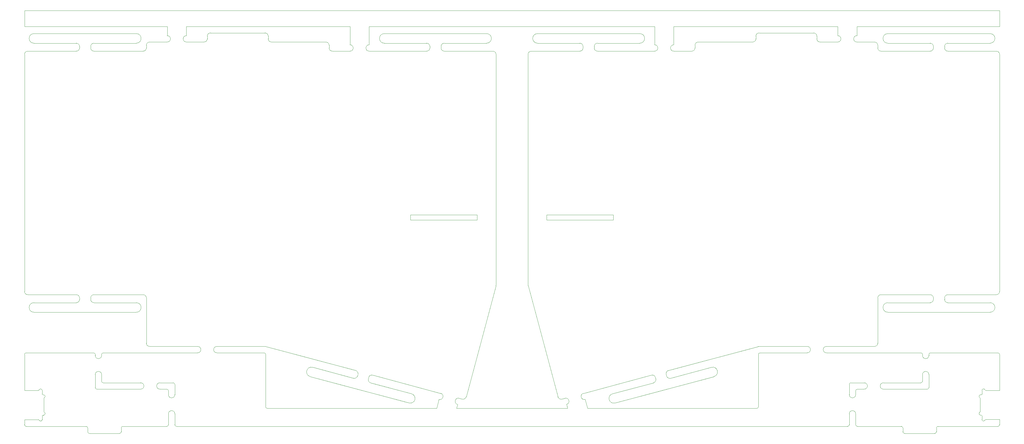
<source format=gm1>
%TF.GenerationSoftware,KiCad,Pcbnew,6.0.11-3.fc37*%
%TF.CreationDate,2023-03-28T23:22:27+01:00*%
%TF.ProjectId,ISS,4953532e-6b69-4636-9164-5f7063625858,1*%
%TF.SameCoordinates,Original*%
%TF.FileFunction,Profile,NP*%
%FSLAX46Y46*%
G04 Gerber Fmt 4.6, Leading zero omitted, Abs format (unit mm)*
G04 Created by KiCad (PCBNEW 6.0.11-3.fc37) date 2023-03-28 23:22:27*
%MOMM*%
%LPD*%
G01*
G04 APERTURE LIST*
%TA.AperFunction,Profile*%
%ADD10C,0.050000*%
%TD*%
%TA.AperFunction,Profile*%
%ADD11C,0.080000*%
%TD*%
G04 APERTURE END LIST*
D10*
X30749999Y-123107500D02*
G75*
G03*
X30250000Y-123607499I1J-500000D01*
G01*
X130124692Y-112768751D02*
X108867045Y-107072781D01*
X176026053Y-117500000D02*
X175301516Y-114700603D01*
X22108568Y-100607499D02*
X22108568Y-100925000D01*
X168988323Y-114321665D02*
X168022397Y-114580484D01*
X282800000Y-110982500D02*
X282800000Y-106925000D01*
X0Y-122607500D02*
X0Y-120982500D01*
X75407000Y-117000001D02*
G75*
G03*
X75907032Y-117500000I500000J1D01*
G01*
X38100000Y-3857500D02*
X38100000Y-4715000D01*
X75535325Y-98141576D02*
G75*
G03*
X75276507Y-98107500I-258825J-965924D01*
G01*
X75407000Y-100607499D02*
G75*
G03*
X74907034Y-100107500I-500000J-1D01*
G01*
X136886167Y-114580502D02*
G75*
G03*
X138110917Y-113873377I258833J965902D01*
G01*
X47000000Y-109975000D02*
X47000000Y-113200000D01*
X229501535Y-117000001D02*
X229501535Y-100607499D01*
X95250000Y-3857500D02*
G75*
G03*
X94250000Y-2857500I-1000000J0D01*
G01*
X166797707Y-113873362D02*
G75*
G03*
X168022397Y-114580484I965893J258762D01*
G01*
X104261560Y-106874021D02*
X104132151Y-107356984D01*
X178154284Y-4715000D02*
X178154284Y-4215000D01*
X301958568Y-84415000D02*
X288708568Y-84415000D01*
X34950000Y-3215000D02*
G75*
G03*
X34950000Y-215000I0J1500000D01*
G01*
X107775000Y-3715000D02*
X107775000Y2000000D01*
X21700000Y-3215000D02*
G75*
G03*
X20700000Y-4215000I0J-1000000D01*
G01*
X268575000Y-109482500D02*
X280300000Y-109482500D01*
X266808600Y-4715000D02*
G75*
G03*
X267808568Y-5715000I1000000J0D01*
G01*
X126754284Y-4215000D02*
X126754284Y-4715000D01*
X50625000Y2000000D02*
X101775000Y2000000D01*
X29750001Y-125307500D02*
G75*
G03*
X30250000Y-124807501I-1J500000D01*
G01*
X304908568Y-6715000D02*
X304908568Y-80915000D01*
X174654284Y-4215000D02*
X174654284Y-4715000D01*
X179154284Y-3215026D02*
G75*
G03*
X178154284Y-4215000I-26J-999974D01*
G01*
X17200000Y-82915000D02*
X17200000Y-83415000D01*
X257408569Y-123107468D02*
G75*
G03*
X257908568Y-122607501I31J499968D01*
G01*
X284208568Y-82915000D02*
X284208568Y-83415000D01*
X16200000Y-5715000D02*
X1000000Y-5715000D01*
X57150000Y-1000000D02*
X57150000Y-1857500D01*
X184666510Y-115814726D02*
X215576137Y-107532516D01*
X208658568Y-5715000D02*
X203025000Y-5715000D01*
X1000000Y-81915000D02*
X16200000Y-81915000D01*
X74907034Y-100107500D02*
X60150000Y-100107500D01*
X129607053Y-114700603D02*
X128882516Y-117500000D01*
X203025000Y2000000D02*
X254283568Y2000000D01*
X229001536Y-117500035D02*
G75*
G03*
X229501535Y-117000001I-36J500035D01*
G01*
X260283568Y2000000D02*
X304908567Y2000000D01*
X146454284Y-5715000D02*
X131254284Y-5715000D01*
X259908568Y-119200000D02*
X259908568Y-122607501D01*
X200776417Y-107356984D02*
X200647008Y-106874021D01*
X269958568Y-215000D02*
G75*
G03*
X269958568Y-3215000I32J-1500000D01*
G01*
X247758568Y-1000000D02*
X247758568Y-1857500D01*
X285658567Y-123107468D02*
G75*
G03*
X285158568Y-123607500I33J-500032D01*
G01*
X94250000Y-2857500D02*
X77200000Y-2857500D01*
X75907032Y-117500000D02*
X128882516Y-117500000D01*
X112504284Y-3215000D02*
X125754284Y-3215000D01*
X274658568Y-123607500D02*
X274658568Y-124807502D01*
X229708568Y0D02*
X246758568Y0D01*
X274658599Y-124807502D02*
G75*
G03*
X275158567Y-125307501I500001J2D01*
G01*
X95250000Y-4715000D02*
G75*
G03*
X96250000Y-5715000I1000000J0D01*
G01*
X304908600Y-100607499D02*
G75*
G03*
X304408569Y-100107500I-500000J-1D01*
G01*
X131254284Y-3214984D02*
G75*
G03*
X130254284Y-4215000I16J-1000016D01*
G01*
X2950000Y-87415000D02*
X34950000Y-87415000D01*
X60150000Y-98107500D02*
X75276507Y-98107500D01*
X22608568Y-111482500D02*
X36333568Y-111482500D01*
X174654258Y-4215000D02*
G75*
G03*
X173654284Y-3215000I-1000000J0D01*
G01*
X112504284Y-215000D02*
G75*
G03*
X112504284Y-3215000I16J-1500000D01*
G01*
X90108908Y-104634667D02*
G75*
G03*
X89332431Y-107532516I-388208J-1448933D01*
G01*
X42333568Y-109482500D02*
X46500000Y-109482500D01*
X303908568Y-81914968D02*
G75*
G03*
X304908568Y-80915000I32J999968D01*
G01*
X166797652Y-113873377D02*
X157488358Y-79130621D01*
X284208600Y-82915000D02*
G75*
G03*
X283208568Y-81915000I-1000000J0D01*
G01*
X158454284Y-5715000D02*
X173654284Y-5715000D01*
X183890037Y-112916888D02*
G75*
G03*
X184666510Y-115814726I388263J-1448912D01*
G01*
X107775000Y-5715000D02*
X125754284Y-5715000D01*
X104261533Y-106874014D02*
G75*
G03*
X103554453Y-105649277I-965933J258814D01*
G01*
X157454284Y-78871802D02*
X157454284Y-6715000D01*
X47000000Y-122607501D02*
X47000000Y-119200000D01*
X22108568Y-106925000D02*
X22108568Y-110982500D01*
X200776390Y-107356991D02*
G75*
G03*
X202001162Y-108064091I965910J258791D01*
G01*
X287708568Y-4715000D02*
X287708568Y-4215000D01*
X173654284Y-5715026D02*
G75*
G03*
X174654284Y-4715000I-26J1000026D01*
G01*
X284658568Y-125307501D02*
X275158567Y-125307501D01*
X259908600Y-122607501D02*
G75*
G03*
X260408567Y-123107500I500000J1D01*
G01*
X285158568Y-124807501D02*
X285158568Y-123607500D01*
X179154284Y-3215000D02*
X192404284Y-3215000D01*
X147420209Y-79130621D02*
G75*
G03*
X147454284Y-78871802I-965909J258821D01*
G01*
X203025000Y-3715000D02*
X203025000Y2000000D01*
X24608567Y-100107468D02*
G75*
G03*
X24108568Y-100607499I33J-500032D01*
G01*
X250758568Y-100107500D02*
X280300001Y-100107500D01*
X301958568Y-87415000D02*
G75*
G03*
X301958568Y-84415000I32J1500000D01*
G01*
X138110917Y-113873377D02*
X147420210Y-79130621D01*
X45000000Y-111982499D02*
G75*
G03*
X44500001Y-111482500I-500000J-1D01*
G01*
X0Y7000000D02*
X0Y2000000D01*
X17200000Y-82915000D02*
G75*
G03*
X16200000Y-81915000I-1000000J0D01*
G01*
X266808568Y-82915000D02*
X266808568Y-97107500D01*
X196688570Y-109487596D02*
X183890053Y-112916948D01*
X274658599Y-123607500D02*
G75*
G03*
X274158569Y-123107501I-499999J0D01*
G01*
X29750001Y-125307500D02*
X20250000Y-125307500D01*
X102907406Y-108064091D02*
X90108889Y-104634739D01*
X135402608Y-116253517D02*
X135079994Y-117500000D01*
X44625000Y2000000D02*
X44625000Y-857500D01*
X130254284Y-4715000D02*
X130254284Y-4215000D01*
X259908568Y-111982499D02*
X259908568Y-113200000D01*
X76200000Y-1857500D02*
X76200000Y-1000000D01*
X287708600Y-83415000D02*
G75*
G03*
X288708568Y-84415000I1000000J0D01*
G01*
X257908568Y-119200000D02*
X257908568Y-122607501D01*
X17200000Y-4215000D02*
G75*
G03*
X16200000Y-3215000I-1000000J0D01*
G01*
X95250000Y-4715000D02*
X95250000Y-3857500D01*
X304408569Y-100107500D02*
X283299999Y-100107500D01*
X16200000Y-84415000D02*
X2950000Y-84415000D01*
X76200000Y-1000000D02*
G75*
G03*
X75200000Y0I-1000000J0D01*
G01*
X229708568Y32D02*
G75*
G03*
X228708568Y-1000000I32J-1000032D01*
G01*
X126754300Y-4215000D02*
G75*
G03*
X125754284Y-3215000I-1000000J0D01*
G01*
X44500001Y-111482500D02*
X42333568Y-111482500D01*
X107512891Y-108262851D02*
X107642301Y-107779888D01*
X34950000Y-215000D02*
X2950000Y-215000D01*
X120689642Y-56915873D02*
X141539642Y-56915873D01*
X141539642Y-56915873D02*
X141539642Y-58500000D01*
X141539642Y-58500000D02*
X120689642Y-58500000D01*
X120689642Y-58500000D02*
X120689642Y-56915873D01*
X44500001Y-123107500D02*
G75*
G03*
X45000000Y-122607501I-1J500000D01*
G01*
X2950000Y-215000D02*
G75*
G03*
X2950000Y-3215000I0J-1500000D01*
G01*
X280800000Y-108982500D02*
X280800000Y-106925000D01*
X304408568Y-123107468D02*
G75*
G03*
X304908568Y-122607500I32J499968D01*
G01*
X1000000Y-5715000D02*
G75*
G03*
X0Y-6715000I0J-1000000D01*
G01*
X46999999Y-109975000D02*
G75*
G03*
X46500000Y-109482500I-496299J-3800D01*
G01*
X20700000Y-4715000D02*
G75*
G03*
X21700000Y-5715000I1000000J0D01*
G01*
X75407033Y-100607499D02*
X75407033Y-117000001D01*
X260408567Y-123107501D02*
X274158569Y-123107501D01*
X500000Y-123107500D02*
X19250001Y-123107500D01*
X131254284Y-3215000D02*
X144504284Y-3215000D01*
X197266214Y-107779902D02*
G75*
G03*
X196041523Y-107072781I-965914J-258798D01*
G01*
X34950000Y-84415000D02*
X21700000Y-84415000D01*
X247758600Y-1000000D02*
G75*
G03*
X246758568Y0I-1000000J0D01*
G01*
X75535326Y-98141574D02*
X103554453Y-105649276D01*
X215576122Y-107532460D02*
G75*
G03*
X214799679Y-104634739I-388222J1448860D01*
G01*
X266808600Y-3857500D02*
G75*
G03*
X265808568Y-2857500I-1000000J0D01*
G01*
X283299999Y-100107500D02*
G75*
G03*
X282800000Y-100607499I1J-500000D01*
G01*
X267808568Y-81914968D02*
G75*
G03*
X266808568Y-82915000I32J-1000032D01*
G01*
X209658568Y-4715000D02*
X209658568Y-3857500D01*
X2950000Y-84415000D02*
G75*
G03*
X2950000Y-87415000I0J-1500000D01*
G01*
X258408568Y-109482500D02*
X262575000Y-109482500D01*
X101775000Y2000000D02*
X101775000Y-3715000D01*
X197266267Y-107779888D02*
X197395677Y-108262851D01*
X210658568Y-2857500D02*
X227708568Y-2857500D01*
X304908567Y7000000D02*
X0Y7000000D01*
X280800000Y-100607499D02*
G75*
G03*
X280300001Y-100107500I-500000J-1D01*
G01*
X107512915Y-108262857D02*
G75*
G03*
X108219998Y-109487596I965885J-258843D01*
G01*
X265808568Y-98107468D02*
G75*
G03*
X266808568Y-97107500I32J999968D01*
G01*
X254283568Y-2857500D02*
X248758568Y-2857500D01*
X282300000Y-111482500D02*
G75*
G03*
X282800000Y-110982500I0J500000D01*
G01*
X269958568Y-87415000D02*
X301958568Y-87415000D01*
X210658568Y-2857468D02*
G75*
G03*
X209658568Y-3857500I32J-1000032D01*
G01*
X54150000Y-98107500D02*
X39100000Y-98107500D01*
X47000000Y-122607501D02*
G75*
G03*
X47499999Y-123107500I500000J1D01*
G01*
X76200000Y-1857500D02*
G75*
G03*
X77200000Y-2857500I1000000J0D01*
G01*
X254283568Y2000000D02*
X254283568Y-857500D01*
X20700000Y-4715000D02*
X20700000Y-4215000D01*
X37100000Y-5715000D02*
G75*
G03*
X38100000Y-4715000I0J1000000D01*
G01*
X285658567Y-123107501D02*
X304408568Y-123107501D01*
X192404284Y-215000D02*
X160404284Y-215000D01*
X260408567Y-111482468D02*
G75*
G03*
X259908568Y-111982499I33J-500032D01*
G01*
X284658568Y-125307468D02*
G75*
G03*
X285158568Y-124807501I32J499968D01*
G01*
X20700000Y-83415000D02*
X20700000Y-82915000D01*
X229001536Y-117500000D02*
X176026053Y-117500000D01*
X121018515Y-112916948D02*
X108219998Y-109487596D01*
X267808568Y-5715000D02*
X283208568Y-5715000D01*
X229632061Y-98107490D02*
G75*
G03*
X229373242Y-98141574I39J-1000010D01*
G01*
X288708568Y-3215000D02*
X301958568Y-3215000D01*
X283208568Y-5714968D02*
G75*
G03*
X284208568Y-4715000I32J999968D01*
G01*
X284208600Y-4215000D02*
G75*
G03*
X283208568Y-3215000I-1000000J0D01*
G01*
X0Y-80915000D02*
G75*
G03*
X1000000Y-81915000I1000000J0D01*
G01*
X266808568Y-3857500D02*
X266808568Y-4715000D01*
X0Y-6715000D02*
X0Y-80915000D01*
X56150000Y-2857500D02*
X50625000Y-2857500D01*
X19750000Y-123607499D02*
X19750000Y-124807500D01*
X107775000Y2000000D02*
X197025000Y2000000D01*
X37100000Y-5715000D02*
X21700000Y-5715000D01*
X2950000Y-3215000D02*
X16200000Y-3215000D01*
X265808568Y-98107500D02*
X250758568Y-98107500D01*
X22108600Y-100607499D02*
G75*
G03*
X21608569Y-100107500I-500000J-1D01*
G01*
X280300000Y-109482500D02*
G75*
G03*
X280800000Y-108982500I0J500000D01*
G01*
X499999Y-100107500D02*
G75*
G03*
X0Y-100607499I1J-500000D01*
G01*
X283208568Y-81915000D02*
X267808568Y-81915000D01*
X287708600Y-4715000D02*
G75*
G03*
X288708568Y-5715000I1000000J0D01*
G01*
X214799679Y-104634739D02*
X202001162Y-108064091D01*
X54150000Y-100107500D02*
X24608567Y-100107500D01*
X283208568Y-84415000D02*
X269958568Y-84415000D01*
X39100000Y-2857500D02*
X44625000Y-2857500D01*
X287708568Y-83415000D02*
X287708568Y-82915000D01*
X174783877Y-112768751D02*
X196041523Y-107072781D01*
X39100000Y-2857500D02*
G75*
G03*
X38100000Y-3857500I0J-1000000D01*
G01*
X288708568Y-3214968D02*
G75*
G03*
X287708568Y-4215000I32J-1000032D01*
G01*
X22108600Y-110982500D02*
G75*
G03*
X22608568Y-111482500I500000J0D01*
G01*
X144504284Y-3215000D02*
G75*
G03*
X144504284Y-215000I16J1500000D01*
G01*
X157454284Y-78871802D02*
G75*
G03*
X157488358Y-79130621I1000016J2D01*
G01*
X101775000Y-5715000D02*
X96250000Y-5715000D01*
X21700000Y-81915000D02*
G75*
G03*
X20700000Y-82915000I0J-1000000D01*
G01*
X38100000Y-97107500D02*
G75*
G03*
X39100000Y-98107500I1000000J0D01*
G01*
X24108568Y-100925000D02*
X24108568Y-100607499D01*
X45000000Y-113200000D02*
X45000000Y-111982499D01*
X228708568Y-1857500D02*
X228708568Y-1000000D01*
X125754284Y-5714984D02*
G75*
G03*
X126754284Y-4715000I16J999984D01*
G01*
X197025000Y-5715000D02*
X179154284Y-5715000D01*
X75200000Y0D02*
X58150000Y0D01*
X0Y2000000D02*
X44625000Y2000000D01*
X288708568Y-5715000D02*
X303908568Y-5715000D01*
X160404284Y-215000D02*
G75*
G03*
X160404284Y-3215000I-26J-1500000D01*
G01*
X208658568Y-5714968D02*
G75*
G03*
X209658568Y-4715000I32J999968D01*
G01*
X304908600Y-6715000D02*
G75*
G03*
X303908568Y-5715000I-1000000J0D01*
G01*
X303908568Y-81915000D02*
X288708568Y-81915000D01*
X196688589Y-109487666D02*
G75*
G03*
X197395677Y-108262851I-258889J965966D01*
G01*
X269958568Y-84415000D02*
G75*
G03*
X269958568Y-87415000I32J-1500000D01*
G01*
X147454284Y-78871802D02*
X147454284Y-6715000D01*
X21608569Y-100107500D02*
X499999Y-100107500D01*
X130254300Y-4715000D02*
G75*
G03*
X131254284Y-5715000I1000000J0D01*
G01*
X304908567Y2000000D02*
X304908567Y7000000D01*
X284208568Y-4215000D02*
X284208568Y-4715000D01*
X282800000Y-100925000D02*
X282800000Y-100607499D01*
X258408567Y-109482567D02*
G75*
G03*
X257908568Y-109975000I-3767J-496233D01*
G01*
X135079994Y-117500000D02*
X169828575Y-117500000D01*
X192404284Y-3215000D02*
G75*
G03*
X192404284Y-215000I-26J1500000D01*
G01*
X169828575Y-117500000D02*
X169505961Y-116253517D01*
X16200000Y-5715000D02*
G75*
G03*
X17200000Y-4715000I0J1000000D01*
G01*
X163260358Y-58500000D02*
X184110358Y-58500000D01*
X184110358Y-58500000D02*
X184110358Y-56915873D01*
X184110358Y-56915873D02*
X163260358Y-56915873D01*
X163260358Y-56915873D02*
X163260358Y-58500000D01*
X144504284Y-215000D02*
X112504284Y-215000D01*
X178154258Y-4715000D02*
G75*
G03*
X179154284Y-5715000I1000000J0D01*
G01*
X301958568Y-215000D02*
X269958568Y-215000D01*
X269958568Y-3215000D02*
X283208568Y-3215000D01*
X24608568Y-109482500D02*
X36333568Y-109482500D01*
X30749999Y-123107500D02*
X44500001Y-123107500D01*
X20700000Y-83415000D02*
G75*
G03*
X21700000Y-84415000I1000000J0D01*
G01*
X38100000Y-82915000D02*
G75*
G03*
X37100000Y-81915000I-1000000J0D01*
G01*
X89332431Y-107532516D02*
X120242058Y-115814726D01*
X102907392Y-108064144D02*
G75*
G03*
X104132151Y-107356984I258808J965944D01*
G01*
X38100000Y-82915000D02*
X38100000Y-97107500D01*
X265808568Y-2857500D02*
X260283568Y-2857500D01*
X244758568Y-100107500D02*
X230001534Y-100107500D01*
X19750000Y-123607499D02*
G75*
G03*
X19250001Y-123107500I-500000J-1D01*
G01*
X260283568Y-857500D02*
X260283568Y2000000D01*
X24108600Y-108982500D02*
G75*
G03*
X24608568Y-109482500I500000J0D01*
G01*
X17200000Y-4215000D02*
X17200000Y-4715000D01*
X147454300Y-6715000D02*
G75*
G03*
X146454284Y-5715000I-1000000J0D01*
G01*
X21700000Y-81915000D02*
X37100000Y-81915000D01*
X268575000Y-111482500D02*
X282300000Y-111482500D01*
X227708568Y-2857468D02*
G75*
G03*
X228708568Y-1857500I32J999968D01*
G01*
X19750000Y-124807500D02*
G75*
G03*
X20250000Y-125307500I500000J0D01*
G01*
X301958568Y-3215000D02*
G75*
G03*
X301958568Y-215000I32J1500000D01*
G01*
X229632061Y-98107500D02*
X244758568Y-98107500D01*
X0Y-122607500D02*
G75*
G03*
X500000Y-123107500I500000J0D01*
G01*
X304908568Y-120972502D02*
X304908568Y-122607500D01*
X280800000Y-100607499D02*
X280800000Y-100925000D01*
X136886172Y-114580484D02*
X135920246Y-114321665D01*
X201354120Y-105649297D02*
G75*
G03*
X200647008Y-106874021I258780J-965903D01*
G01*
X21700000Y-3215000D02*
X34950000Y-3215000D01*
X158454284Y-5714984D02*
G75*
G03*
X157454284Y-6715000I16J-1000016D01*
G01*
X229373242Y-98141574D02*
X201354115Y-105649276D01*
X283208568Y-84414968D02*
G75*
G03*
X284208568Y-83415000I32J999968D01*
G01*
X262575000Y-111482500D02*
X260408567Y-111482500D01*
X56150000Y-2857500D02*
G75*
G03*
X57150000Y-1857500I0J1000000D01*
G01*
X24108568Y-108982500D02*
X24108568Y-106925000D01*
X30250000Y-124807501D02*
X30250000Y-123607499D01*
X304908568Y-100607499D02*
X304908568Y-111872502D01*
X50625000Y2000000D02*
X50625000Y-857500D01*
X58150000Y0D02*
G75*
G03*
X57150000Y-1000000I0J-1000000D01*
G01*
X0Y-111882500D02*
X0Y-100607499D01*
X197025000Y2000000D02*
X197025000Y-3715000D01*
X120242078Y-115814650D02*
G75*
G03*
X121018515Y-112916948I388222J1448850D01*
G01*
X16200000Y-84415000D02*
G75*
G03*
X17200000Y-83415000I0J1000000D01*
G01*
X45000000Y-122607501D02*
X45000000Y-119200000D01*
X288708568Y-81914968D02*
G75*
G03*
X287708568Y-82915000I32J-1000032D01*
G01*
X247758600Y-1857500D02*
G75*
G03*
X248758568Y-2857500I1000000J0D01*
G01*
X230001534Y-100107535D02*
G75*
G03*
X229501535Y-100607499I-34J-499965D01*
G01*
X108867038Y-107072808D02*
G75*
G03*
X107642301Y-107779888I-258838J-965892D01*
G01*
X257908568Y-113200000D02*
X257908568Y-109975000D01*
X34950000Y-87415000D02*
G75*
G03*
X34950000Y-84415000I0J1500000D01*
G01*
X47499999Y-123107500D02*
X257408569Y-123107500D01*
X160404284Y-3215000D02*
X173654284Y-3215000D01*
%TO.C,MO1*%
X60150000Y-98107500D02*
G75*
G03*
X60150000Y-100107500I0J-1000000D01*
G01*
X54150000Y-100107500D02*
G75*
G03*
X54150000Y-98107500I0J1000000D01*
G01*
%TO.C,MO7*%
X268575000Y-109482500D02*
G75*
G03*
X268575000Y-111482500I0J-1000000D01*
G01*
X262575000Y-111482500D02*
G75*
G03*
X262575000Y-109482500I0J1000000D01*
G01*
%TO.C,MO5*%
X259908568Y-119200000D02*
G75*
G03*
X257908568Y-119200000I-1000000J0D01*
G01*
X257908568Y-113200000D02*
G75*
G03*
X259908568Y-113200000I1000000J0D01*
G01*
%TO.C,MO6*%
X282800000Y-106925000D02*
G75*
G03*
X280800000Y-106925000I-1000000J0D01*
G01*
X280800000Y-100925000D02*
G75*
G03*
X282800000Y-100925000I1000000J0D01*
G01*
%TO.C,MO4*%
X107775000Y-3715000D02*
G75*
G03*
X107775000Y-5715000I0J-1000000D01*
G01*
X101775000Y-5715000D02*
G75*
G03*
X101775000Y-3715000I0J1000000D01*
G01*
%TO.C,MO3*%
X129607053Y-114700603D02*
G75*
G03*
X130124692Y-112768751I258819J965926D01*
G01*
X135920246Y-114321665D02*
G75*
G03*
X135402608Y-116253517I-258819J-965926D01*
G01*
%TO.C,MO2*%
X44625000Y-2857500D02*
G75*
G03*
X44625000Y-857500I0J1000000D01*
G01*
X50625000Y-857500D02*
G75*
G03*
X50625000Y-2857500I0J-1000000D01*
G01*
%TO.C,MO101*%
X197025000Y-5715000D02*
G75*
G03*
X197025000Y-3715000I0J1000000D01*
G01*
X203025000Y-3715000D02*
G75*
G03*
X203025000Y-5715000I0J-1000000D01*
G01*
%TO.C,MO107*%
X42333568Y-109482500D02*
G75*
G03*
X42333568Y-111482500I0J-1000000D01*
G01*
X36333568Y-111482500D02*
G75*
G03*
X36333568Y-109482500I0J1000000D01*
G01*
D11*
%TO.C,J1*%
X298828568Y-116422502D02*
X298828568Y-114328720D01*
X300549389Y-120972502D02*
X304908568Y-120972502D01*
X298978568Y-119622502D02*
X299178568Y-119622502D01*
X299378568Y-113022503D02*
X299378568Y-111872502D01*
X298828568Y-116422502D02*
X298828568Y-118516284D01*
X298978568Y-113222502D02*
X299178568Y-113222502D01*
X299378568Y-119822501D02*
X299378568Y-120972502D01*
X300549389Y-111872502D02*
X304908568Y-111872502D01*
X298728550Y-118689458D02*
G75*
G03*
X298828568Y-118516284I-99882J173157D01*
G01*
X299378567Y-120972502D02*
G75*
G03*
X300357726Y-121115359I500001J1D01*
G01*
X299178568Y-113222503D02*
G75*
G03*
X299378568Y-113022503I-1J200001D01*
G01*
X299378567Y-119822501D02*
G75*
G03*
X299178568Y-119622502I-199999J0D01*
G01*
X298728567Y-118689488D02*
G75*
G03*
X298978568Y-119622502I250001J-433013D01*
G01*
X300549389Y-120972521D02*
G75*
G03*
X300357726Y-121115359I-21J-199980D01*
G01*
X298978568Y-113222502D02*
G75*
G03*
X298728568Y-114155515I0J-500000D01*
G01*
X300357726Y-111729645D02*
G75*
G03*
X300549389Y-111872502I191662J57142D01*
G01*
X298828568Y-114328720D02*
G75*
G03*
X298728568Y-114155515I-200000J0D01*
G01*
X300357725Y-111729645D02*
G75*
G03*
X299378568Y-111872502I-479157J-142858D01*
G01*
D10*
%TO.C,MO103*%
X169505961Y-116253517D02*
G75*
G03*
X168988323Y-114321665I-258819J965926D01*
G01*
X174783877Y-112768751D02*
G75*
G03*
X175301516Y-114700603I258820J-965926D01*
G01*
%TO.C,MO106*%
X22108568Y-100925000D02*
G75*
G03*
X24108568Y-100925000I1000000J0D01*
G01*
X24108568Y-106925000D02*
G75*
G03*
X22108568Y-106925000I-1000000J0D01*
G01*
D11*
%TO.C,J101*%
X4359179Y-111882500D02*
X0Y-111882500D01*
X5930000Y-119632500D02*
X5730000Y-119632500D01*
X4359179Y-120982500D02*
X0Y-120982500D01*
X6080000Y-116432500D02*
X6080000Y-114338718D01*
X5530000Y-119832499D02*
X5530000Y-120982500D01*
X6080000Y-116432500D02*
X6080000Y-118526282D01*
X5930000Y-113232500D02*
X5730000Y-113232500D01*
X5530000Y-113032501D02*
X5530000Y-111882500D01*
X5730000Y-119632499D02*
G75*
G03*
X5530000Y-119832499I1J-200001D01*
G01*
X6080000Y-118526282D02*
G75*
G03*
X6180000Y-118699487I200000J0D01*
G01*
X5530001Y-113032501D02*
G75*
G03*
X5730000Y-113232500I199999J0D01*
G01*
X4550843Y-121125357D02*
G75*
G03*
X5530000Y-120982500I479157J142858D01*
G01*
X5530001Y-111882500D02*
G75*
G03*
X4550842Y-111739643I-500001J-1D01*
G01*
X6180001Y-114165514D02*
G75*
G03*
X5930000Y-113232500I-250001J433013D01*
G01*
X5930000Y-119632500D02*
G75*
G03*
X6180000Y-118699487I0J500000D01*
G01*
X4359179Y-111882481D02*
G75*
G03*
X4550842Y-111739643I21J199980D01*
G01*
X4550842Y-121125357D02*
G75*
G03*
X4359179Y-120982500I-191662J-57142D01*
G01*
X6180018Y-114165544D02*
G75*
G03*
X6080000Y-114338718I99882J-173157D01*
G01*
D10*
%TO.C,MO105*%
X47000000Y-119200000D02*
G75*
G03*
X45000000Y-119200000I-1000000J0D01*
G01*
X45000000Y-113200000D02*
G75*
G03*
X47000000Y-113200000I1000000J0D01*
G01*
%TO.C,MO104*%
X244758568Y-100107500D02*
G75*
G03*
X244758568Y-98107500I0J1000000D01*
G01*
X250758568Y-98107500D02*
G75*
G03*
X250758568Y-100107500I0J-1000000D01*
G01*
%TO.C,MO102*%
X260283568Y-857500D02*
G75*
G03*
X260283568Y-2857500I0J-1000000D01*
G01*
X254283568Y-2857500D02*
G75*
G03*
X254283568Y-857500I0J1000000D01*
G01*
%TD*%
M02*

</source>
